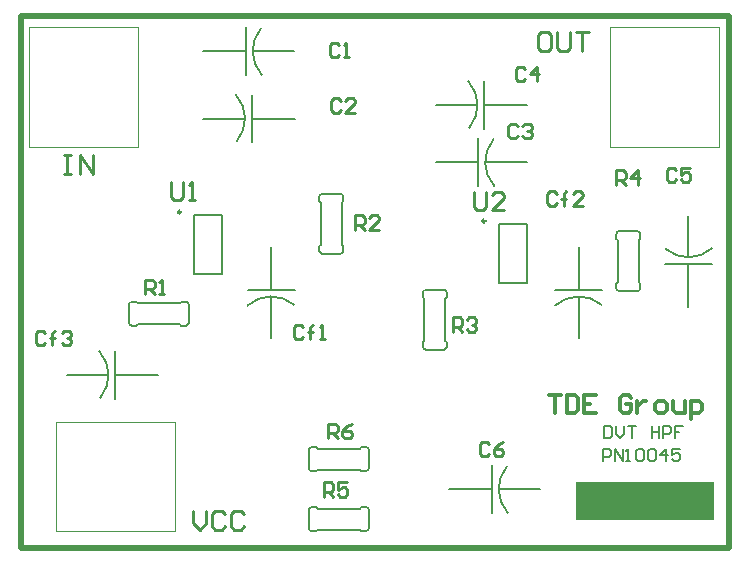
<source format=gto>
G04 Layer_Color=65535*
%FSLAX44Y44*%
%MOMM*%
G71*
G01*
G75*
%ADD13C,0.5000*%
%ADD18C,0.1524*%
%ADD19C,0.2000*%
%ADD20C,0.2500*%
%ADD21C,0.0500*%
%ADD22C,0.3000*%
%ADD23C,0.1500*%
%ADD24C,0.2540*%
%ADD25R,11.6840X3.3020*%
D13*
X0Y450000D02*
X600000D01*
Y0D02*
Y450000D01*
X0Y0D02*
X600000D01*
X0D02*
Y450000D01*
D18*
X255270Y299720D02*
G03*
X252730Y297180I0J-2540D01*
G01*
X273050D02*
G03*
X270510Y299720I-2540J0D01*
G01*
Y248920D02*
G03*
X273050Y251460I0J2540D01*
G01*
X252730D02*
G03*
X255270Y248920I2540J0D01*
G01*
X506730Y267970D02*
G03*
X504190Y265430I0J-2540D01*
G01*
X524510D02*
G03*
X521970Y267970I-2540J0D01*
G01*
Y217170D02*
G03*
X524510Y219710I0J2540D01*
G01*
X504190D02*
G03*
X506730Y217170I2540J0D01*
G01*
X91440Y190500D02*
G03*
X93980Y187960I2540J0D01*
G01*
Y208280D02*
G03*
X91440Y205740I0J-2540D01*
G01*
X142240D02*
G03*
X139700Y208280I-2540J0D01*
G01*
Y187960D02*
G03*
X142240Y190500I0J2540D01*
G01*
X342900Y218440D02*
G03*
X340360Y215900I0J-2540D01*
G01*
X360680D02*
G03*
X358140Y218440I-2540J0D01*
G01*
Y167640D02*
G03*
X360680Y170180I0J2540D01*
G01*
X340360D02*
G03*
X342900Y167640I2540J0D01*
G01*
X243840Y16510D02*
G03*
X246380Y13970I2540J0D01*
G01*
Y34290D02*
G03*
X243840Y31750I0J-2540D01*
G01*
X294640D02*
G03*
X292100Y34290I-2540J0D01*
G01*
Y13970D02*
G03*
X294640Y16510I0J2540D01*
G01*
Y82550D02*
G03*
X292100Y85090I-2540J0D01*
G01*
Y64770D02*
G03*
X294640Y67310I0J2540D01*
G01*
X243840D02*
G03*
X246380Y64770I2540J0D01*
G01*
Y85090D02*
G03*
X243840Y82550I0J-2540D01*
G01*
X255270Y299720D02*
X270510D01*
X273050Y293370D02*
Y297180D01*
X252730Y293370D02*
Y297180D01*
X271780Y256540D02*
Y292100D01*
X273050Y293370D01*
X254000Y256540D02*
Y292100D01*
X252730Y293370D02*
X254000Y292100D01*
X271780Y256540D02*
X273050Y255270D01*
Y251460D02*
Y255270D01*
X252730D02*
X254000Y256540D01*
X252730Y251460D02*
Y255270D01*
X255270Y248920D02*
X270510D01*
X506730Y267970D02*
X521970D01*
X524510Y261620D02*
Y265430D01*
X504190Y261620D02*
Y265430D01*
X523240Y224790D02*
Y260350D01*
X524510Y261620D01*
X505460Y224790D02*
Y260350D01*
X504190Y261620D02*
X505460Y260350D01*
X523240Y224790D02*
X524510Y223520D01*
Y219710D02*
Y223520D01*
X504190D02*
X505460Y224790D01*
X504190Y219710D02*
Y223520D01*
X506730Y217170D02*
X521970D01*
X91440Y190500D02*
Y205740D01*
X93980Y208280D02*
X97790D01*
X93980Y187960D02*
X97790D01*
X99060Y207010D02*
X134620D01*
X97790Y208280D02*
X99060Y207010D01*
Y189230D02*
X134620D01*
X97790Y187960D02*
X99060Y189230D01*
X134620Y207010D02*
X135890Y208280D01*
X139700D01*
X134620Y189230D02*
X135890Y187960D01*
X139700D01*
X142240Y190500D02*
Y205740D01*
X342900Y218440D02*
X358140D01*
X360680Y212090D02*
Y215900D01*
X340360Y212090D02*
Y215900D01*
X359410Y175260D02*
Y210820D01*
X360680Y212090D01*
X341630Y175260D02*
Y210820D01*
X340360Y212090D02*
X341630Y210820D01*
X359410Y175260D02*
X360680Y173990D01*
Y170180D02*
Y173990D01*
X340360D02*
X341630Y175260D01*
X340360Y170180D02*
Y173990D01*
X342900Y167640D02*
X358140D01*
X243840Y16510D02*
Y31750D01*
X246380Y34290D02*
X250190D01*
X246380Y13970D02*
X250190D01*
X251460Y33020D02*
X287020D01*
X250190Y34290D02*
X251460Y33020D01*
Y15240D02*
X287020D01*
X250190Y13970D02*
X251460Y15240D01*
X287020Y33020D02*
X288290Y34290D01*
X292100D01*
X287020Y15240D02*
X288290Y13970D01*
X292100D01*
X294640Y16510D02*
Y31750D01*
Y67310D02*
Y82550D01*
X288290Y64770D02*
X292100D01*
X288290Y85090D02*
X292100D01*
X251460Y66040D02*
X287020D01*
X288290Y64770D01*
X251460Y83820D02*
X287020D01*
X288290Y85090D01*
X250190Y64770D02*
X251460Y66040D01*
X246380Y64770D02*
X250190D01*
Y85090D02*
X251460Y83820D01*
X246380Y85090D02*
X250190D01*
X243840Y67310D02*
Y82550D01*
D19*
X182778Y344000D02*
G03*
X182091Y383358I-22981J19284D01*
G01*
X203302Y439590D02*
G03*
X203989Y400232I22981J-19284D01*
G01*
X379628Y355430D02*
G03*
X378941Y394788I-22981J19284D01*
G01*
X400152Y345610D02*
G03*
X400839Y306252I22981J-19284D01*
G01*
X545930Y252832D02*
G03*
X585288Y253519I19284J22981D01*
G01*
X231310Y205638D02*
G03*
X191952Y204951I-19284J-22981D01*
G01*
X67208Y126830D02*
G03*
X66521Y166188I-22981J19284D01*
G01*
X491660Y205638D02*
G03*
X452302Y204951I-19284J-22981D01*
G01*
X411582Y68750D02*
G03*
X412269Y29392I22981J-19284D01*
G01*
X195540Y363220D02*
X231790D01*
X154540D02*
X189540D01*
X195540Y343220D02*
Y383220D01*
X154290Y420370D02*
X190540D01*
X196540D02*
X231540D01*
X190540Y400370D02*
Y440370D01*
X392390Y374650D02*
X428640D01*
X351390D02*
X386390D01*
X392390Y354650D02*
Y394650D01*
X351140Y326390D02*
X387390D01*
X393390D02*
X428390D01*
X387390Y306390D02*
Y346390D01*
X565150Y203820D02*
Y240070D01*
Y246070D02*
Y281070D01*
X545150Y240070D02*
X585150D01*
X212090Y218400D02*
Y254650D01*
Y177400D02*
Y212400D01*
X192090Y218400D02*
X232090D01*
X79970Y146050D02*
X116220D01*
X38970D02*
X73970D01*
X79970Y126050D02*
Y166050D01*
X472440Y218400D02*
Y254650D01*
Y177400D02*
Y212400D01*
X452440Y218400D02*
X492440D01*
X362570Y49530D02*
X398820D01*
X404820D02*
X439820D01*
X398820Y29530D02*
Y69530D01*
X146750Y231540D02*
X170750D01*
X146750Y281540D02*
X170750D01*
Y231540D02*
Y281540D01*
X146750Y231540D02*
Y281540D01*
X404560Y223920D02*
X428560D01*
X404560Y273920D02*
X428560D01*
Y223920D02*
Y273920D01*
X404560Y223920D02*
Y273920D01*
D20*
X135500Y284090D02*
G03*
X135500Y284090I-1250J0D01*
G01*
X393310Y276470D02*
G03*
X393310Y276470I-1250J0D01*
G01*
X283210Y269240D02*
Y281236D01*
X289208D01*
X291207Y279237D01*
Y275238D01*
X289208Y273239D01*
X283210D01*
X287209D02*
X291207Y269240D01*
X303204D02*
X295206D01*
X303204Y277237D01*
Y279237D01*
X301204Y281236D01*
X297206D01*
X295206Y279237D01*
X504190Y307340D02*
Y319336D01*
X510188D01*
X512187Y317337D01*
Y313338D01*
X510188Y311339D01*
X504190D01*
X508189D02*
X512187Y307340D01*
X522184D02*
Y319336D01*
X516186Y313338D01*
X524184D01*
X270887Y378297D02*
X268888Y380296D01*
X264889D01*
X262890Y378297D01*
Y370299D01*
X264889Y368300D01*
X268888D01*
X270887Y370299D01*
X282883Y368300D02*
X274886D01*
X282883Y376297D01*
Y378297D01*
X280884Y380296D01*
X276886D01*
X274886Y378297D01*
X269617Y425287D02*
X267618Y427286D01*
X263619D01*
X261620Y425287D01*
Y417289D01*
X263619Y415290D01*
X267618D01*
X269617Y417289D01*
X273616Y415290D02*
X277615D01*
X275616D01*
Y427286D01*
X273616Y425287D01*
X427097Y404967D02*
X425098Y406966D01*
X421099D01*
X419100Y404967D01*
Y396969D01*
X421099Y394970D01*
X425098D01*
X427097Y396969D01*
X437094Y394970D02*
Y406966D01*
X431096Y400968D01*
X439094D01*
X420747Y356707D02*
X418748Y358706D01*
X414749D01*
X412750Y356707D01*
Y348709D01*
X414749Y346710D01*
X418748D01*
X420747Y348709D01*
X424746Y356707D02*
X426745Y358706D01*
X430744D01*
X432743Y356707D01*
Y354707D01*
X430744Y352708D01*
X428745D01*
X430744D01*
X432743Y350709D01*
Y348709D01*
X430744Y346710D01*
X426745D01*
X424746Y348709D01*
X554732Y319750D02*
X552733Y321749D01*
X548734D01*
X546735Y319750D01*
Y311752D01*
X548734Y309753D01*
X552733D01*
X554732Y311752D01*
X566729Y321749D02*
X558731D01*
Y315751D01*
X562730Y317750D01*
X564729D01*
X566729Y315751D01*
Y311752D01*
X564729Y309753D01*
X560731D01*
X558731Y311752D01*
X105410Y214630D02*
Y226626D01*
X111408D01*
X113407Y224627D01*
Y220628D01*
X111408Y218629D01*
X105410D01*
X109409D02*
X113407Y214630D01*
X117406D02*
X121405D01*
X119405D01*
Y226626D01*
X117406Y224627D01*
X365760Y182880D02*
Y194876D01*
X371758D01*
X373757Y192877D01*
Y188878D01*
X371758Y186879D01*
X365760D01*
X369759D02*
X373757Y182880D01*
X377756Y192877D02*
X379756Y194876D01*
X383754D01*
X385754Y192877D01*
Y190877D01*
X383754Y188878D01*
X381755D01*
X383754D01*
X385754Y186879D01*
Y184879D01*
X383754Y182880D01*
X379756D01*
X377756Y184879D01*
X256540Y43180D02*
Y55176D01*
X262538D01*
X264537Y53177D01*
Y49178D01*
X262538Y47179D01*
X256540D01*
X260539D02*
X264537Y43180D01*
X276534Y55176D02*
X268536D01*
Y49178D01*
X272535Y51177D01*
X274534D01*
X276534Y49178D01*
Y45179D01*
X274534Y43180D01*
X270536D01*
X268536Y45179D01*
X239137Y186527D02*
X237138Y188526D01*
X233139D01*
X231140Y186527D01*
Y178529D01*
X233139Y176530D01*
X237138D01*
X239137Y178529D01*
X245135Y176530D02*
Y186527D01*
Y182528D01*
X243136D01*
X247135D01*
X245135D01*
Y186527D01*
X247135Y188526D01*
X253133Y176530D02*
X257132D01*
X255132D01*
Y188526D01*
X253133Y186527D01*
X20697Y181447D02*
X18698Y183446D01*
X14699D01*
X12700Y181447D01*
Y173449D01*
X14699Y171450D01*
X18698D01*
X20697Y173449D01*
X26695Y171450D02*
Y181447D01*
Y177448D01*
X24696D01*
X28695D01*
X26695D01*
Y181447D01*
X28695Y183446D01*
X34693Y181447D02*
X36692Y183446D01*
X40691D01*
X42690Y181447D01*
Y179447D01*
X40691Y177448D01*
X38692D01*
X40691D01*
X42690Y175449D01*
Y173449D01*
X40691Y171450D01*
X36692D01*
X34693Y173449D01*
X453767Y299557D02*
X451768Y301556D01*
X447769D01*
X445770Y299557D01*
Y291559D01*
X447769Y289560D01*
X451768D01*
X453767Y291559D01*
X459766Y289560D02*
Y299557D01*
Y295558D01*
X457766D01*
X461765D01*
X459766D01*
Y299557D01*
X461765Y301556D01*
X475760Y289560D02*
X467763D01*
X475760Y297557D01*
Y299557D01*
X473761Y301556D01*
X469762D01*
X467763Y299557D01*
X396617Y87467D02*
X394618Y89466D01*
X390619D01*
X388620Y87467D01*
Y79469D01*
X390619Y77470D01*
X394618D01*
X396617Y79469D01*
X408614Y89466D02*
X404615Y87467D01*
X400616Y83468D01*
Y79469D01*
X402616Y77470D01*
X406614D01*
X408614Y79469D01*
Y81469D01*
X406614Y83468D01*
X400616D01*
X260350Y92710D02*
Y104706D01*
X266348D01*
X268347Y102707D01*
Y98708D01*
X266348Y96709D01*
X260350D01*
X264349D02*
X268347Y92710D01*
X280343Y104706D02*
X276345Y102707D01*
X272346Y98708D01*
Y94709D01*
X274345Y92710D01*
X278344D01*
X280343Y94709D01*
Y96709D01*
X278344Y98708D01*
X272346D01*
D21*
X29400Y106000D02*
X130600D01*
X29400Y14000D02*
Y106000D01*
Y14000D02*
X130600D01*
Y106000D01*
X498830Y339400D02*
Y440600D01*
Y339400D02*
X590830D01*
Y440600D01*
X498830D02*
X590830D01*
X99340Y339400D02*
Y440600D01*
X7340D02*
X99340D01*
X7340Y339400D02*
Y440600D01*
Y339400D02*
X99340D01*
D22*
X447040Y129295D02*
X457037D01*
X452038D01*
Y114300D01*
X462035Y129295D02*
Y114300D01*
X469533D01*
X472032Y116799D01*
Y126796D01*
X469533Y129295D01*
X462035D01*
X487027D02*
X477030D01*
Y114300D01*
X487027D01*
X477030Y121798D02*
X482029D01*
X517017Y126796D02*
X514518Y129295D01*
X509520D01*
X507021Y126796D01*
Y116799D01*
X509520Y114300D01*
X514518D01*
X517017Y116799D01*
Y121798D01*
X512019D01*
X522016Y124297D02*
Y114300D01*
Y119298D01*
X524515Y121798D01*
X527014Y124297D01*
X529513D01*
X539510Y114300D02*
X544508D01*
X547008Y116799D01*
Y121798D01*
X544508Y124297D01*
X539510D01*
X537011Y121798D01*
Y116799D01*
X539510Y114300D01*
X552006Y124297D02*
Y116799D01*
X554505Y114300D01*
X562003D01*
Y124297D01*
X567001Y109302D02*
Y124297D01*
X574499D01*
X576998Y121798D01*
Y116799D01*
X574499Y114300D01*
X567001D01*
D23*
X494030Y102707D02*
Y92710D01*
X499028D01*
X500695Y94376D01*
Y101041D01*
X499028Y102707D01*
X494030D01*
X504027D02*
Y96042D01*
X507359Y92710D01*
X510691Y96042D01*
Y102707D01*
X514024D02*
X520688D01*
X517356D01*
Y92710D01*
X534017Y102707D02*
Y92710D01*
Y97708D01*
X540682D01*
Y102707D01*
Y92710D01*
X544014D02*
Y102707D01*
X549012D01*
X550678Y101041D01*
Y97708D01*
X549012Y96042D01*
X544014D01*
X560675Y102707D02*
X554011D01*
Y97708D01*
X557343D01*
X554011D01*
Y92710D01*
X492760Y73660D02*
Y83657D01*
X497758D01*
X499425Y81991D01*
Y78658D01*
X497758Y76992D01*
X492760D01*
X502757Y73660D02*
Y83657D01*
X509421Y73660D01*
Y83657D01*
X512754Y73660D02*
X516086D01*
X514420D01*
Y83657D01*
X512754Y81991D01*
X521084D02*
X522750Y83657D01*
X526083D01*
X527749Y81991D01*
Y75326D01*
X526083Y73660D01*
X522750D01*
X521084Y75326D01*
Y81991D01*
X531081D02*
X532747Y83657D01*
X536079D01*
X537746Y81991D01*
Y75326D01*
X536079Y73660D01*
X532747D01*
X531081Y75326D01*
Y81991D01*
X546076Y73660D02*
Y83657D01*
X541078Y78658D01*
X547742D01*
X557739Y83657D02*
X551074D01*
Y78658D01*
X554407Y80324D01*
X556073D01*
X557739Y78658D01*
Y75326D01*
X556073Y73660D01*
X552741D01*
X551074Y75326D01*
D24*
X146050Y31235D02*
Y20572D01*
X151382Y15240D01*
X156713Y20572D01*
Y31235D01*
X172708Y28569D02*
X170042Y31235D01*
X164711D01*
X162045Y28569D01*
Y17906D01*
X164711Y15240D01*
X170042D01*
X172708Y17906D01*
X188703Y28569D02*
X186037Y31235D01*
X180705D01*
X178040Y28569D01*
Y17906D01*
X180705Y15240D01*
X186037D01*
X188703Y17906D01*
X446147Y436365D02*
X440816D01*
X438150Y433699D01*
Y423036D01*
X440816Y420370D01*
X446147D01*
X448813Y423036D01*
Y433699D01*
X446147Y436365D01*
X454145D02*
Y423036D01*
X456811Y420370D01*
X462142D01*
X464808Y423036D01*
Y436365D01*
X470140D02*
X480803D01*
X475471D01*
Y420370D01*
X36830Y332225D02*
X42162D01*
X39496D01*
Y316230D01*
X36830D01*
X42162D01*
X50159D02*
Y332225D01*
X60822Y316230D01*
Y332225D01*
X126873Y309494D02*
Y296798D01*
X129412Y294259D01*
X134490D01*
X137030Y296798D01*
Y309494D01*
X142108Y294259D02*
X147186D01*
X144647D01*
Y309494D01*
X142108Y306955D01*
X383540Y300985D02*
Y288289D01*
X386079Y285750D01*
X391157D01*
X393697Y288289D01*
Y300985D01*
X408932Y285750D02*
X398775D01*
X408932Y295907D01*
Y298446D01*
X406393Y300985D01*
X401314D01*
X398775Y298446D01*
D25*
X528320Y39370D02*
D03*
M02*

</source>
